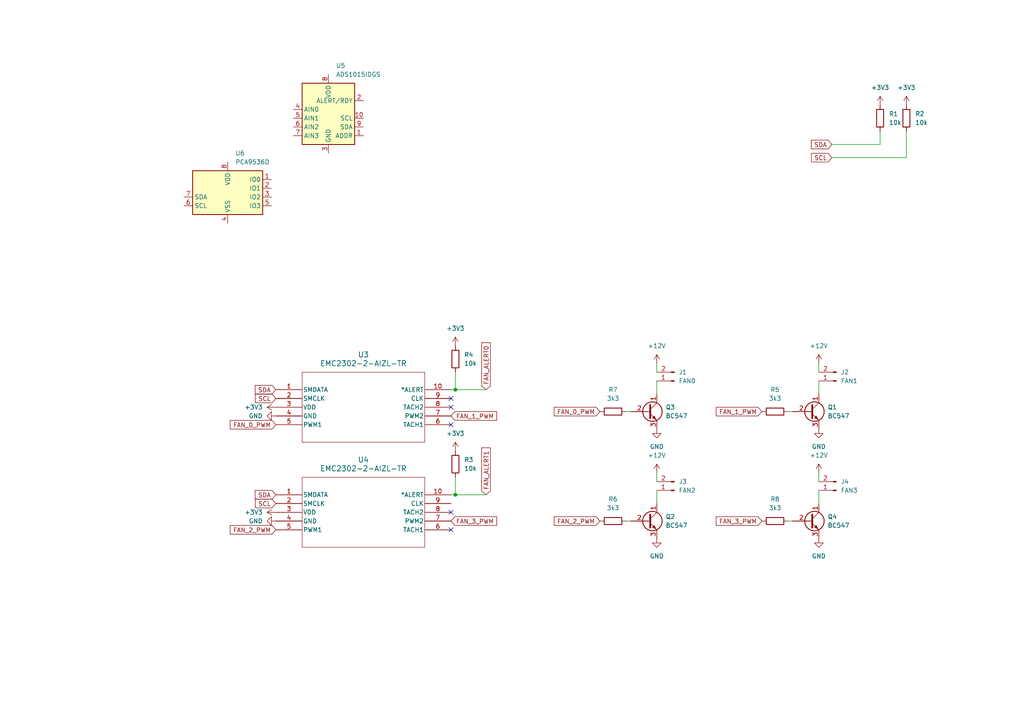
<source format=kicad_sch>
(kicad_sch (version 20231120) (generator "eeschema") (generator_version "8.0")
  (paper "A4")
  (lib_symbols
    (symbol "Analog_ADC:ADS1015IDGS"
      (property "Reference" "U" (at 2.54 13.97 0))
      (property "Value" "ADS1015IDGS" (at 7.62 11.43 0))
      (symbol "ADS1015IDGS_0_1"
        (rectangle (start -7.62 10.16) (end 7.62 -7.62) (stroke (width 0.254)) (fill (type background)))
      )
      (symbol "ADS1015IDGS_1_1"
        (pin input line (at 10.16 -5.08 180) (length 2.54) (name "ADDR") (number "1"))
        (pin input line (at 10.16 0 180) (length 2.54) (name "SCL") (number "10"))
        (pin output line (at 10.16 5.08 180) (length 2.54) (name "ALERT/RDY") (number "2"))
        (pin power_in line (at 0 -10.16 90) (length 2.54) (name "GND") (number "3"))
        (pin input line (at -10.16 2.54 0) (length 2.54) (name "AIN0") (number "4"))
        (pin input line (at -10.16 0 0) (length 2.54) (name "AIN1") (number "5"))
        (pin input line (at -10.16 -2.54 0) (length 2.54) (name "AIN2") (number "6"))
        (pin input line (at -10.16 -5.08 0) (length 2.54) (name "AIN3") (number "7"))
        (pin power_in line (at 0 12.7 270) (length 2.54) (name "VDD") (number "8"))
        (pin bidirectional line (at 10.16 -2.54 180) (length 2.54) (name "SDA") (number "9"))
      )
    )
    (symbol "Connector:Conn_01x02_Male" (pin_names (offset 1.016) hide)
      (property "Reference" "J" (at 0 2.54 0))
      (property "Value" "Conn_01x02_Male" (at 0 -5.08 0))
      (symbol "Conn_01x02_Male_1_1"
        (polyline (pts (xy 1.27 -2.54) (xy 0.8636 -2.54)) (stroke (width 0.1524)))
        (polyline (pts (xy 1.27 0) (xy 0.8636 0)) (stroke (width 0.1524)))
        (rectangle (start 0.8636 -2.413) (end 0 -2.667) (stroke (width 0.1524)) (fill (type outline)))
        (rectangle (start 0.8636 0.127) (end 0 -0.127) (stroke (width 0.1524)) (fill (type outline)))
        (pin passive line (at 5.08 0 180) (length 3.81) (name "Pin_1") (number "1"))
        (pin passive line (at 5.08 -2.54 180) (length 3.81) (name "Pin_2") (number "2"))
      )
    )
    (symbol "Device:R" (pin_numbers hide) (pin_names (offset 0))
      (property "Reference" "R" (at 2.032 0 90))
      (property "Value" "R" (at 0 0 90))
      (symbol "R_0_1"
        (rectangle (start -1.016 -2.54) (end 1.016 2.54) (stroke (width 0.254)))
      )
      (symbol "R_1_1"
        (pin passive line (at 0 3.81 270) (length 1.27) (name "~") (number "1"))
        (pin passive line (at 0 -3.81 90) (length 1.27) (name "~") (number "2"))
      )
    )
    (symbol "EMC2302-2-AIZL-TR:EMC2302-2-AIZL-TR" (pin_names (offset 0.254))
      (property "Reference" "U" (at 25.4 10.16 0))
      (property "Value" "EMC2302-2-AIZL-TR" (at 25.4 7.62 0))
      (symbol "EMC2302-2-AIZL-TR_0_1"
        (polyline (pts (xy 7.62 -15.24) (xy 43.18 -15.24)) (stroke (width 0.127)))
        (polyline (pts (xy 7.62 5.08) (xy 7.62 -15.24)) (stroke (width 0.127)))
        (polyline (pts (xy 43.18 -15.24) (xy 43.18 5.08)) (stroke (width 0.127)))
        (polyline (pts (xy 43.18 5.08) (xy 7.62 5.08)) (stroke (width 0.127)))
        (pin bidirectional line (at 0 0 0) (length 7.62) (name "SMDATA") (number "1"))
        (pin output line (at 50.8 0 180) (length 7.62) (name "*ALERT") (number "10"))
        (pin input line (at 0 -2.54 0) (length 7.62) (name "SMCLK") (number "2"))
        (pin power_in line (at 0 -5.08 0) (length 7.62) (name "VDD") (number "3"))
        (pin power_in line (at 0 -7.62 0) (length 7.62) (name "GND") (number "4"))
        (pin output line (at 0 -10.16 0) (length 7.62) (name "PWM1") (number "5"))
        (pin input line (at 50.8 -10.16 180) (length 7.62) (name "TACH1") (number "6"))
        (pin output line (at 50.8 -7.62 180) (length 7.62) (name "PWM2") (number "7"))
        (pin input line (at 50.8 -5.08 180) (length 7.62) (name "TACH2") (number "8"))
        (pin bidirectional line (at 50.8 -2.54 180) (length 7.62) (name "CLK") (number "9"))
      )
    )
    (symbol "Interface_Expansion:PCA9536D"
      (property "Reference" "U" (at -8.89 6.35 0))
      (property "Value" "PCA9536D" (at 6.35 6.35 0))
      (symbol "PCA9536D_0_1"
        (rectangle (start -10.16 5.08) (end 10.16 -7.62) (stroke (width 0.254)) (fill (type background)))
      )
      (symbol "PCA9536D_1_1"
        (pin bidirectional line (at 12.7 2.54 180) (length 2.54) (name "IO0") (number "1"))
        (pin bidirectional line (at 12.7 0 180) (length 2.54) (name "IO1") (number "2"))
        (pin bidirectional line (at 12.7 -2.54 180) (length 2.54) (name "IO2") (number "3"))
        (pin power_in line (at 0 -10.16 90) (length 2.54) (name "VSS") (number "4"))
        (pin bidirectional line (at 12.7 -5.08 180) (length 2.54) (name "IO3") (number "5"))
        (pin input line (at -12.7 -5.08 0) (length 2.54) (name "SCL") (number "6"))
        (pin bidirectional line (at -12.7 -2.54 0) (length 2.54) (name "SDA") (number "7"))
        (pin power_in line (at 0 7.62 270) (length 2.54) (name "VDD") (number "8"))
      )
    )
    (symbol "Transistor_BJT:BC547" (pin_names (offset 0) hide)
      (property "Reference" "Q" (at 5.08 1.905 0))
      (property "Value" "BC547" (at 5.08 0 0))
      (symbol "BC547_0_1"
        (polyline (pts (xy 0 0) (xy 0.635 0)))
        (polyline (pts (xy 0.635 0.635) (xy 2.54 2.54)))
        (polyline (pts (xy 0.635 -0.635) (xy 2.54 -2.54) (xy 2.54 -2.54)))
        (polyline (pts (xy 0.635 1.905) (xy 0.635 -1.905) (xy 0.635 -1.905)) (stroke (width 0.508)))
        (polyline (pts (xy 1.27 -1.778) (xy 1.778 -1.27) (xy 2.286 -2.286) (xy 1.27 -1.778) (xy 1.27 -1.778)) (fill (type outline)))
        (circle (center 1.27 0) (radius 2.8194) (stroke (width 0.254)))
      )
      (symbol "BC547_1_1"
        (pin passive line (at 2.54 5.08 270) (length 2.54) (name "C") (number "1"))
        (pin input line (at -5.08 0 0) (length 5.08) (name "B") (number "2"))
        (pin passive line (at 2.54 -5.08 90) (length 2.54) (name "E") (number "3"))
      )
    )
    (symbol "power:+12V" (power) (pin_names (offset 0))
      (property "Value" "+12V" (at 0 3.556 0))
      (symbol "+12V_0_1"
        (polyline (pts (xy -0.762 1.27) (xy 0 2.54)))
        (polyline (pts (xy 0 0) (xy 0 2.54)))
        (polyline (pts (xy 0 2.54) (xy 0.762 1.27)))
      )
      (symbol "+12V_1_1"
        (pin power_in line (at 0 0 90) (length 0) hide (name "+12V") (number "1"))
      )
    )
    (symbol "power:+3V3" (power) (pin_names (offset 0))
      (property "Value" "+3V3" (at 0 3.556 0))
      (symbol "+3V3_0_1"
        (polyline (pts (xy -0.762 1.27) (xy 0 2.54)))
        (polyline (pts (xy 0 0) (xy 0 2.54)))
        (polyline (pts (xy 0 2.54) (xy 0.762 1.27)))
      )
      (symbol "+3V3_1_1"
        (pin power_in line (at 0 0 90) (length 0) hide (name "+3V3") (number "1"))
      )
    )
    (symbol "power:GND" (power) (pin_names (offset 0))
      (property "Value" "GND" (at 0 -3.81 0))
      (symbol "GND_0_1"
        (polyline (pts (xy 0 0) (xy 0 -1.27) (xy 1.27 -1.27) (xy 0 -2.54) (xy -1.27 -1.27) (xy 0 -1.27)))
      )
      (symbol "GND_1_1"
        (pin power_in line (at 0 0 270) (length 0) hide (name "GND") (number "1"))
      )
    )
  )
  (junction (at 132.08 113.03))
  (junction (at 132.08 143.51))
  (no_connect (at 130.81 153.67))
  (no_connect (at 130.81 115.57))
  (no_connect (at 130.81 123.19))
  (no_connect (at 130.81 148.59))
  (no_connect (at 130.81 118.11))
  (wire (pts (xy 255.27 38.1) (xy 255.27 41.91)))
  (wire (pts (xy 130.81 113.03) (xy 132.08 113.03)))
  (wire (pts (xy 262.89 38.1) (xy 262.89 45.72)))
  (wire (pts (xy 132.08 138.43) (xy 132.08 143.51)))
  (wire (pts (xy 228.6 151.13) (xy 229.87 151.13)))
  (wire (pts (xy 190.5 110.49) (xy 190.5 114.3)))
  (wire (pts (xy 132.08 143.51) (xy 130.81 143.51)))
  (wire (pts (xy 241.3 41.91) (xy 255.27 41.91)))
  (wire (pts (xy 190.5 142.24) (xy 190.5 146.05)))
  (wire (pts (xy 237.49 110.49) (xy 237.49 114.3)))
  (wire (pts (xy 190.5 137.16) (xy 190.5 139.7)))
  (wire (pts (xy 181.61 119.38) (xy 182.88 119.38)))
  (wire (pts (xy 181.61 151.13) (xy 182.88 151.13)))
  (wire (pts (xy 237.49 142.24) (xy 237.49 146.05)))
  (wire (pts (xy 237.49 137.16) (xy 237.49 139.7)))
  (wire (pts (xy 132.08 113.03) (xy 140.97 113.03)))
  (wire (pts (xy 241.3 45.72) (xy 262.89 45.72)))
  (wire (pts (xy 190.5 105.41) (xy 190.5 107.95)))
  (wire (pts (xy 132.08 107.95) (xy 132.08 113.03)))
  (wire (pts (xy 228.6 119.38) (xy 229.87 119.38)))
  (wire (pts (xy 140.97 143.51) (xy 132.08 143.51)))
  (wire (pts (xy 237.49 105.41) (xy 237.49 107.95)))
  (global_label "SCL" (shape input) (at 80.01 115.57 180) (property "Intersheetrefs" "${INTERSHEET_REFS}" (effects (hide yes))))
  (global_label "FAN_3_PWM" (shape input) (at 220.98 151.13 180) (property "Intersheetrefs" "${INTERSHEET_REFS}" (effects (hide yes))))
  (global_label "FAN_1_PWM" (shape input) (at 220.98 119.38 180) (property "Intersheetrefs" "${INTERSHEET_REFS}" (effects (hide yes))))
  (global_label "FAN_ALERT0" (shape input) (at 140.97 113.03 90) (property "Intersheetrefs" "${INTERSHEET_REFS}" (effects (hide yes))))
  (global_label "FAN_3_PWM" (shape input) (at 130.81 151.13 0) (property "Intersheetrefs" "${INTERSHEET_REFS}" (effects (hide yes))))
  (global_label "SDA" (shape input) (at 80.01 143.51 180) (property "Intersheetrefs" "${INTERSHEET_REFS}" (effects (hide yes))))
  (global_label "FAN_2_PWM" (shape input) (at 173.99 151.13 180) (property "Intersheetrefs" "${INTERSHEET_REFS}" (effects (hide yes))))
  (global_label "SDA" (shape input) (at 241.3 41.91 180) (property "Intersheetrefs" "${INTERSHEET_REFS}" (effects (hide yes))))
  (global_label "FAN_0_PWM" (shape input) (at 80.01 123.19 180) (property "Intersheetrefs" "${INTERSHEET_REFS}" (effects (hide yes))))
  (global_label "FAN_0_PWM" (shape input) (at 173.99 119.38 180) (property "Intersheetrefs" "${INTERSHEET_REFS}" (effects (hide yes))))
  (global_label "FAN_2_PWM" (shape input) (at 80.01 153.67 180) (property "Intersheetrefs" "${INTERSHEET_REFS}" (effects (hide yes))))
  (global_label "FAN_1_PWM" (shape input) (at 130.81 120.65 0) (property "Intersheetrefs" "${INTERSHEET_REFS}" (effects (hide yes))))
  (global_label "SCL" (shape input) (at 241.3 45.72 180) (property "Intersheetrefs" "${INTERSHEET_REFS}" (effects (hide yes))))
  (global_label "SCL" (shape input) (at 80.01 146.05 180) (property "Intersheetrefs" "${INTERSHEET_REFS}" (effects (hide yes))))
  (global_label "FAN_ALERT1" (shape input) (at 140.97 143.51 90) (property "Intersheetrefs" "${INTERSHEET_REFS}" (effects (hide yes))))
  (global_label "SDA" (shape input) (at 80.01 113.03 180) (property "Intersheetrefs" "${INTERSHEET_REFS}" (effects (hide yes))))
  (symbol (lib_id "power:+3V3") (at 132.08 130.81 0) (unit 1)
    (property "Reference" "#PWR03" (effects (hide yes)))
    (property "Value" "+3V3" (at 132.08 125.73 0))
    (property "Description" "Power symbol creates a global label with name \"+3V3\"" (effects (hide yes)))
  )
  (symbol (lib_id "Connector:Conn_01x02_Male") (at 242.57 142.24 180) (unit 1)
    (property "Reference" "J4" (at 243.84 139.6999 0) (effects (justify right)))
    (property "Value" "FAN3" (at 243.84 142.2399 0) (effects (justify right)))
    (property "Description" "Generic connector, single row, 01x02, script generated (kicad-library-utils/schlib/autogen/connector/)" (effects (hide yes)))
  )
  (symbol (lib_id "EMC2302-2-AIZL-TR:EMC2302-2-AIZL-TR") (at 80.01 113.03 0) (unit 1)
    (property "Reference" "U3" (at 105.41 102.87 0) (effects (font (size 1.524 1.524))))
    (property "Value" "EMC2302-2-AIZL-TR" (at 105.41 105.41 0) (effects (font (size 1.524 1.524))))
    (property "Footprint" "EMC2302-2-AIZL-TR:MSOP10_MC_MCH-M" (effects (hide yes)))
    (property "Datasheet" "EMC2302-2-AIZL-TR" (effects (hide yes)))
  )
  (symbol (lib_id "Device:R") (at 224.79 151.13 90) (unit 1)
    (property "Reference" "R8" (at 224.79 144.78 90))
    (property "Value" "3k3" (at 224.79 147.32 90))
    (property "Description" "Resistor" (effects (hide yes)))
  )
  (symbol (lib_id "Connector:Conn_01x02_Male") (at 195.58 110.49 180) (unit 1)
    (property "Reference" "J1" (at 196.85 107.9499 0) (effects (justify right)))
    (property "Value" "FAN0" (at 196.85 110.4899 0) (effects (justify right)))
    (property "Description" "Generic connector, single row, 01x02, script generated (kicad-library-utils/schlib/autogen/connector/)" (effects (hide yes)))
  )
  (symbol (lib_id "power:GND") (at 237.49 124.46 0) (unit 1)
    (property "Reference" "#PWR08" (effects (hide yes)))
    (property "Value" "GND" (at 237.49 129.54 0))
    (property "Description" "Power symbol creates a global label with name \"GND\" , ground" (effects (hide yes)))
  )
  (symbol (lib_id "Connector:Conn_01x02_Male") (at 242.57 110.49 180) (unit 1)
    (property "Reference" "J2" (at 243.84 107.9499 0) (effects (justify right)))
    (property "Value" "FAN1" (at 243.84 110.4899 0) (effects (justify right)))
    (property "Description" "Generic connector, single row, 01x02, script generated (kicad-library-utils/schlib/autogen/connector/)" (effects (hide yes)))
  )
  (symbol (lib_id "power:+12V") (at 190.5 137.16 0) (unit 1)
    (property "Reference" "#PWR09" (effects (hide yes)))
    (property "Value" "+12V" (at 190.5 132.08 0))
    (property "Description" "Power symbol creates a global label with name \"+12V\"" (effects (hide yes)))
  )
  (symbol (lib_id "power:+3V3") (at 255.27 30.48 0) (unit 1)
    (property "Reference" "#PWR01" (effects (hide yes)))
    (property "Value" "+3V3" (at 255.27 25.4 0))
    (property "Description" "Power symbol creates a global label with name \"+3V3\"" (effects (hide yes)))
  )
  (symbol (lib_id "EMC2302-2-AIZL-TR:EMC2302-2-AIZL-TR") (at 80.01 143.51 0) (unit 1)
    (property "Reference" "U4" (at 105.41 133.35 0) (effects (font (size 1.524 1.524))))
    (property "Value" "EMC2302-2-AIZL-TR" (at 105.41 135.89 0) (effects (font (size 1.524 1.524))))
    (property "Footprint" "EMC2302-2-AIZL-TR:MSOP10_MC_MCH-M" (effects (hide yes)))
    (property "Datasheet" "EMC2302-2-AIZL-TR" (effects (hide yes)))
  )
  (symbol (lib_id "power:GND") (at 190.5 124.46 0) (unit 1)
    (property "Reference" "#PWR012" (effects (hide yes)))
    (property "Value" "GND" (at 190.5 129.54 0))
    (property "Description" "Power symbol creates a global label with name \"GND\" , ground" (effects (hide yes)))
  )
  (symbol (lib_id "Interface_Expansion:PCA9536D") (at 66.04 54.61 0) (unit 1)
    (property "Reference" "U6" (at 68.2341 44.45 0) (effects (justify left)))
    (property "Value" "PCA9536D" (at 68.2341 46.99 0) (effects (justify left)))
    (property "Footprint" "Package_SO:SOIC-8_3.9x4.9mm_P1.27mm" (effects (hide yes)))
    (property "Datasheet" "http://www.nxp.com/documents/data_sheet/PCA9536.pdf" (effects (hide yes)))
    (property "Description" "4-bit I2C-bus and SMBus IO port, SOIC-8" (effects (hide yes)))
  )
  (symbol (lib_id "Transistor_BJT:BC547") (at 234.95 119.38 0) (unit 1)
    (property "Reference" "Q1" (at 240.03 118.1099 0) (effects (justify left)))
    (property "Value" "BC547" (at 240.03 120.6499 0) (effects (justify left)))
    (property "Footprint" "Package_TO_SOT_THT:TO-92_Inline" (effects (hide yes)))
    (property "Datasheet" "https://www.onsemi.com/pub/Collateral/BC550-D.pdf" (effects (hide yes)))
    (property "Description" "0.1A Ic, 45V Vce, Small Signal NPN Transistor, TO-92" (effects (hide yes)))
  )
  (symbol (lib_id "Device:R") (at 224.79 119.38 90) (unit 1)
    (property "Reference" "R5" (at 224.79 113.03 90))
    (property "Value" "3k3" (at 224.79 115.57 90))
    (property "Description" "Resistor" (effects (hide yes)))
  )
  (symbol (lib_id "power:+3V3") (at 132.08 100.33 0) (unit 1)
    (property "Reference" "#PWR04" (effects (hide yes)))
    (property "Value" "+3V3" (at 132.08 95.25 0))
    (property "Description" "Power symbol creates a global label with name \"+3V3\"" (effects (hide yes)))
  )
  (symbol (lib_id "Analog_ADC:ADS1015IDGS") (at 95.25 34.29 0) (unit 1)
    (property "Reference" "U5" (at 97.4441 19.05 0) (effects (justify left)))
    (property "Value" "ADS1015IDGS" (at 97.4441 21.59 0) (effects (justify left)))
    (property "Footprint" "Package_SO:TSSOP-10_3x3mm_P0.5mm" (effects (hide yes)))
    (property "Datasheet" "http://www.ti.com/lit/ds/symlink/ads1015.pdf" (effects (hide yes)))
    (property "Description" "Ultra-Small, Low-Power, I2C-Compatible, 3.3-kSPS, 12-Bit ADCs With Internal Reference, Oscillator, and Programmable Comparator, VSSOP-10" (effects (hide yes)))
  )
  (symbol (lib_id "power:GND") (at 80.01 120.65 270) (unit 1)
    (property "Reference" "#PWR05" (effects (hide yes)))
    (property "Value" "GND" (at 76.2 120.6499 90) (effects (justify right)))
    (property "Description" "Power symbol creates a global label with name \"GND\" , ground" (effects (hide yes)))
  )
  (symbol (lib_id "Device:R") (at 255.27 34.29 0) (unit 1)
    (property "Reference" "R1" (at 257.81 33.0199 0) (effects (justify left)))
    (property "Value" "10k" (at 257.81 35.5599 0) (effects (justify left)))
    (property "Description" "Resistor" (effects (hide yes)))
  )
  (symbol (lib_id "power:+12V") (at 237.49 137.16 0) (unit 1)
    (property "Reference" "#PWR013" (effects (hide yes)))
    (property "Value" "+12V" (at 237.49 132.08 0))
    (property "Description" "Power symbol creates a global label with name \"+12V\"" (effects (hide yes)))
  )
  (symbol (lib_id "Transistor_BJT:BC547") (at 234.95 151.13 0) (unit 1)
    (property "Reference" "Q4" (at 240.03 149.8599 0) (effects (justify left)))
    (property "Value" "BC547" (at 240.03 152.3999 0) (effects (justify left)))
    (property "Footprint" "Package_TO_SOT_THT:TO-92_Inline" (effects (hide yes)))
    (property "Datasheet" "https://www.onsemi.com/pub/Collateral/BC550-D.pdf" (effects (hide yes)))
    (property "Description" "0.1A Ic, 45V Vce, Small Signal NPN Transistor, TO-92" (effects (hide yes)))
  )
  (symbol (lib_id "Device:R") (at 177.8 151.13 90) (unit 1)
    (property "Reference" "R6" (at 177.8 144.78 90))
    (property "Value" "3k3" (at 177.8 147.32 90))
    (property "Description" "Resistor" (effects (hide yes)))
  )
  (symbol (lib_id "power:GND") (at 190.5 156.21 0) (unit 1)
    (property "Reference" "#PWR010" (effects (hide yes)))
    (property "Value" "GND" (at 190.5 161.29 0))
    (property "Description" "Power symbol creates a global label with name \"GND\" , ground" (effects (hide yes)))
  )
  (symbol (lib_id "power:+12V") (at 190.5 105.41 0) (unit 1)
    (property "Reference" "#PWR011" (effects (hide yes)))
    (property "Value" "+12V" (at 190.5 100.33 0))
    (property "Description" "Power symbol creates a global label with name \"+12V\"" (effects (hide yes)))
  )
  (symbol (lib_id "Connector:Conn_01x02_Male") (at 195.58 142.24 180) (unit 1)
    (property "Reference" "J3" (at 196.85 139.6999 0) (effects (justify right)))
    (property "Value" "FAN2" (at 196.85 142.2399 0) (effects (justify right)))
    (property "Description" "Generic connector, single row, 01x02, script generated (kicad-library-utils/schlib/autogen/connector/)" (effects (hide yes)))
  )
  (symbol (lib_id "Device:R") (at 132.08 134.62 0) (unit 1)
    (property "Reference" "R3" (at 134.62 133.3499 0) (effects (justify left)))
    (property "Value" "10k" (at 134.62 135.8899 0) (effects (justify left)))
    (property "Description" "Resistor" (effects (hide yes)))
  )
  (symbol (lib_id "power:+3V3") (at 80.01 118.11 90) (unit 1)
    (property "Reference" "#PWR015" (effects (hide yes)))
    (property "Value" "+3V3" (at 76.2 118.1099 90) (effects (justify left)))
    (property "Description" "Power symbol creates a global label with name \"+3V3\"" (effects (hide yes)))
  )
  (symbol (lib_id "Device:R") (at 132.08 104.14 0) (unit 1)
    (property "Reference" "R4" (at 134.62 102.8699 0) (effects (justify left)))
    (property "Value" "10k" (at 134.62 105.4099 0) (effects (justify left)))
    (property "Description" "Resistor" (effects (hide yes)))
  )
  (symbol (lib_id "power:+12V") (at 237.49 105.41 0) (unit 1)
    (property "Reference" "#PWR07" (effects (hide yes)))
    (property "Value" "+12V" (at 237.49 100.33 0))
    (property "Description" "Power symbol creates a global label with name \"+12V\"" (effects (hide yes)))
  )
  (symbol (lib_id "power:GND") (at 237.49 156.21 0) (unit 1)
    (property "Reference" "#PWR014" (effects (hide yes)))
    (property "Value" "GND" (at 237.49 161.29 0))
    (property "Description" "Power symbol creates a global label with name \"GND\" , ground" (effects (hide yes)))
  )
  (symbol (lib_id "Device:R") (at 262.89 34.29 0) (unit 1)
    (property "Reference" "R2" (at 265.43 33.0199 0) (effects (justify left)))
    (property "Value" "10k" (at 265.43 35.5599 0) (effects (justify left)))
    (property "Description" "Resistor" (effects (hide yes)))
  )
  (symbol (lib_id "power:+3V3") (at 80.01 148.59 90) (unit 1)
    (property "Reference" "#PWR016" (effects (hide yes)))
    (property "Value" "+3V3" (at 76.2 148.5899 90) (effects (justify left)))
    (property "Description" "Power symbol creates a global label with name \"+3V3\"" (effects (hide yes)))
  )
  (symbol (lib_id "Transistor_BJT:BC547") (at 187.96 151.13 0) (unit 1)
    (property "Reference" "Q2" (at 193.04 149.8599 0) (effects (justify left)))
    (property "Value" "BC547" (at 193.04 152.3999 0) (effects (justify left)))
    (property "Footprint" "Package_TO_SOT_THT:TO-92_Inline" (effects (hide yes)))
    (property "Datasheet" "https://www.onsemi.com/pub/Collateral/BC550-D.pdf" (effects (hide yes)))
    (property "Description" "0.1A Ic, 45V Vce, Small Signal NPN Transistor, TO-92" (effects (hide yes)))
  )
  (symbol (lib_id "Device:R") (at 177.8 119.38 90) (unit 1)
    (property "Reference" "R7" (at 177.8 113.03 90))
    (property "Value" "3k3" (at 177.8 115.57 90))
    (property "Description" "Resistor" (effects (hide yes)))
  )
  (symbol (lib_id "power:+3V3") (at 262.89 30.48 0) (unit 1)
    (property "Reference" "#PWR02" (effects (hide yes)))
    (property "Value" "+3V3" (at 262.89 25.4 0))
    (property "Description" "Power symbol creates a global label with name \"+3V3\"" (effects (hide yes)))
  )
  (symbol (lib_id "Transistor_BJT:BC547") (at 187.96 119.38 0) (unit 1)
    (property "Reference" "Q3" (at 193.04 118.1099 0) (effects (justify left)))
    (property "Value" "BC547" (at 193.04 120.6499 0) (effects (justify left)))
    (property "Footprint" "Package_TO_SOT_THT:TO-92_Inline" (effects (hide yes)))
    (property "Datasheet" "https://www.onsemi.com/pub/Collateral/BC550-D.pdf" (effects (hide yes)))
    (property "Description" "0.1A Ic, 45V Vce, Small Signal NPN Transistor, TO-92" (effects (hide yes)))
  )
  (symbol (lib_id "power:GND") (at 80.01 151.13 270) (unit 1)
    (property "Reference" "#PWR06" (effects (hide yes)))
    (property "Value" "GND" (at 76.2 151.1299 90) (effects (justify right)))
    (property "Description" "Power symbol creates a global label with name \"GND\" , ground" (effects (hide yes)))
  )
)
</source>
